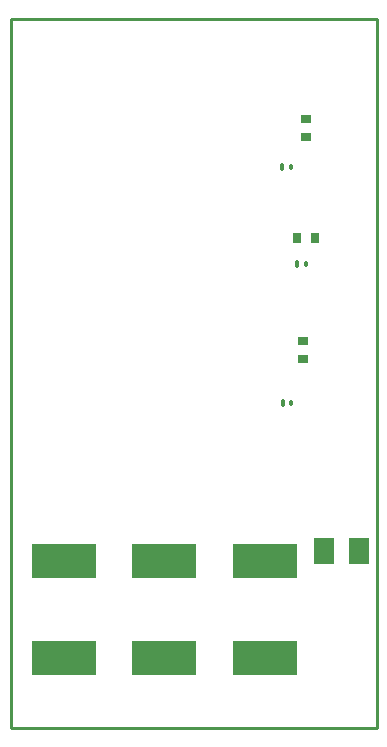
<source format=gbp>
G04*
G04 #@! TF.GenerationSoftware,Altium Limited,Altium Designer,22.10.1 (41)*
G04*
G04 Layer_Color=128*
%FSLAX25Y25*%
%MOIN*%
G70*
G04*
G04 #@! TF.SameCoordinates,59214271-F8BB-42CD-AB19-65BC4A0A980D*
G04*
G04*
G04 #@! TF.FilePolarity,Positive*
G04*
G01*
G75*
%ADD13C,0.01000*%
%ADD17R,0.02756X0.03543*%
G04:AMPARAMS|DCode=20|XSize=11.81mil|YSize=23.62mil|CornerRadius=4.13mil|HoleSize=0mil|Usage=FLASHONLY|Rotation=180.000|XOffset=0mil|YOffset=0mil|HoleType=Round|Shape=RoundedRectangle|*
%AMROUNDEDRECTD20*
21,1,0.01181,0.01535,0,0,180.0*
21,1,0.00354,0.02362,0,0,180.0*
1,1,0.00827,-0.00177,0.00768*
1,1,0.00827,0.00177,0.00768*
1,1,0.00827,0.00177,-0.00768*
1,1,0.00827,-0.00177,-0.00768*
%
%ADD20ROUNDEDRECTD20*%
%ADD21O,0.01181X0.02362*%
%ADD30R,0.03543X0.02756*%
%ADD63R,0.21654X0.11221*%
%ADD64R,0.07087X0.08858*%
D13*
X127953Y0D02*
Y236221D01*
X5906Y0D02*
X127953D01*
X5906D02*
Y236221D01*
X127953D01*
D17*
X101378Y163386D02*
D03*
X107283D02*
D03*
D20*
X96555Y108268D02*
D03*
X101476Y154528D02*
D03*
X96457Y187008D02*
D03*
D21*
X99410Y108268D02*
D03*
X104331Y154528D02*
D03*
X99311Y187008D02*
D03*
D30*
X103347Y123031D02*
D03*
Y128937D02*
D03*
X104331Y202756D02*
D03*
Y196850D02*
D03*
D63*
X23622Y23228D02*
D03*
Y55512D02*
D03*
X57087Y55512D02*
D03*
Y23228D02*
D03*
X90551Y55512D02*
D03*
Y23228D02*
D03*
D64*
X121850Y59055D02*
D03*
X110433D02*
D03*
M02*

</source>
